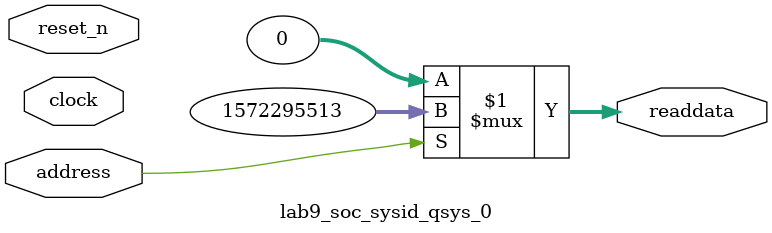
<source format=v>



// synthesis translate_off
`timescale 1ns / 1ps
// synthesis translate_on

// turn off superfluous verilog processor warnings 
// altera message_level Level1 
// altera message_off 10034 10035 10036 10037 10230 10240 10030 

module lab9_soc_sysid_qsys_0 (
               // inputs:
                address,
                clock,
                reset_n,

               // outputs:
                readdata
             )
;

  output  [ 31: 0] readdata;
  input            address;
  input            clock;
  input            reset_n;

  wire    [ 31: 0] readdata;
  //control_slave, which is an e_avalon_slave
  assign readdata = address ? 1572295513 : 0;

endmodule



</source>
